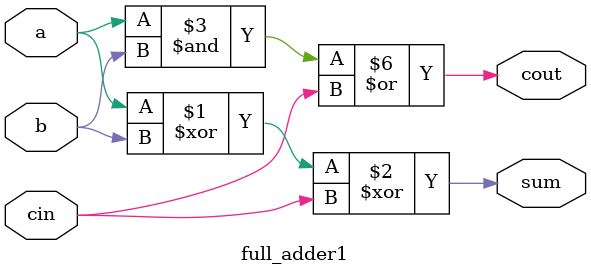
<source format=v>
module full_adder1(a,b,cin,sum,cout);
input a,b,cin;
output sum,cout;
assign sum = a^b^cin;
assign cout = a&b|cin&(1'b1|b); 
// initial begin
//     $display("The incorrect adder with or0 having in1/1");
// end   
endmodule
</source>
